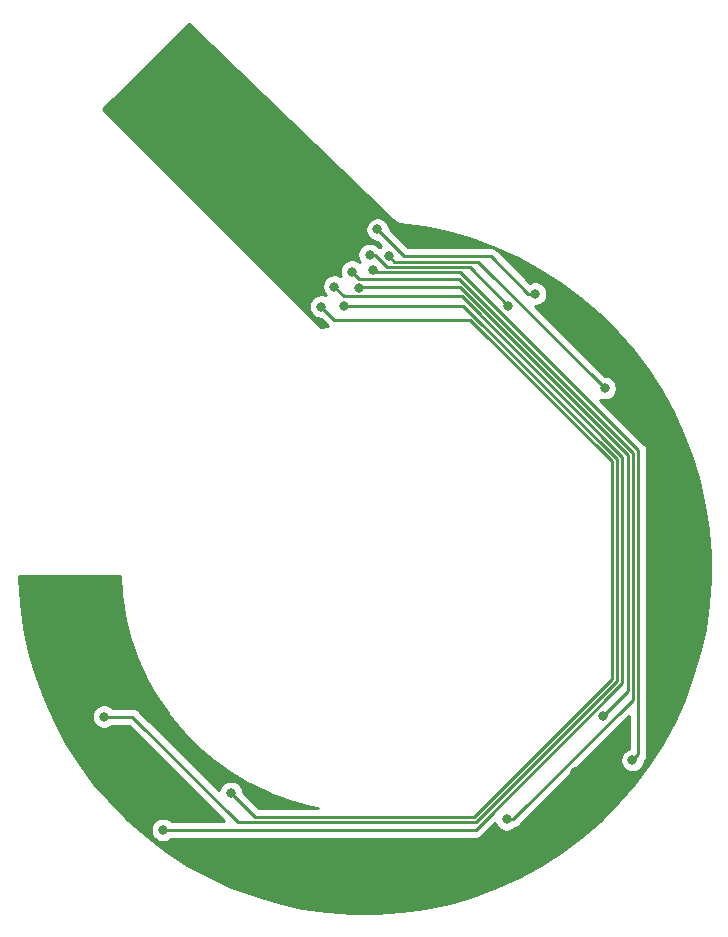
<source format=gbr>
%TF.GenerationSoftware,KiCad,Pcbnew,(5.1.10-1-10_14)*%
%TF.CreationDate,2021-10-31T06:09:43-07:00*%
%TF.ProjectId,o6DOFc_flex_pcb,6f36444f-4663-45f6-966c-65785f706362,rev?*%
%TF.SameCoordinates,Original*%
%TF.FileFunction,Copper,L2,Bot*%
%TF.FilePolarity,Positive*%
%FSLAX46Y46*%
G04 Gerber Fmt 4.6, Leading zero omitted, Abs format (unit mm)*
G04 Created by KiCad (PCBNEW (5.1.10-1-10_14)) date 2021-10-31 06:09:43*
%MOMM*%
%LPD*%
G01*
G04 APERTURE LIST*
%TA.AperFunction,ViaPad*%
%ADD10C,0.800000*%
%TD*%
%TA.AperFunction,Conductor*%
%ADD11C,0.250000*%
%TD*%
%TA.AperFunction,Conductor*%
%ADD12C,0.650000*%
%TD*%
%TA.AperFunction,Conductor*%
%ADD13C,0.254000*%
%TD*%
%TA.AperFunction,Conductor*%
%ADD14C,0.100000*%
%TD*%
G04 APERTURE END LIST*
D10*
%TO.N,VCC*%
X105000000Y-60250000D03*
X100400000Y-93500000D03*
X65200000Y-93500000D03*
X59300000Y-91800000D03*
X98500000Y-99500000D03*
X99400000Y-53100000D03*
X105400000Y-64400000D03*
%TO.N,/HES_O_1*%
X97000000Y-53000000D03*
X83650004Y-47550004D03*
%TO.N,/HES_O_2*%
X84600000Y-49800000D03*
X102900004Y-61000000D03*
%TO.N,/HES_O_3*%
X83000000Y-49700000D03*
X94750000Y-54000000D03*
%TO.N,/HES_O_4*%
X105250000Y-92500000D03*
X83300000Y-51000000D03*
%TO.N,/HES_O_5*%
X81500000Y-51125000D03*
X94600000Y-97500000D03*
%TO.N,/HES_O_6*%
X102750000Y-88750000D03*
X82100000Y-52500000D03*
%TO.N,/HES_O_7*%
X65500000Y-98400000D03*
X80000929Y-52399989D03*
%TO.N,/HES_O_8*%
X60500000Y-88800000D03*
X80800000Y-54000000D03*
%TO.N,/HES_O_9*%
X78896573Y-54096573D03*
X71250000Y-95250000D03*
%TD*%
D11*
%TO.N,/HES_O_1*%
X97000000Y-53000000D02*
X97000000Y-53000000D01*
X96434315Y-53000000D02*
X93259316Y-49825001D01*
X93259316Y-49825001D02*
X85925001Y-49825001D01*
X97000000Y-53000000D02*
X96434315Y-53000000D01*
X85925001Y-49825001D02*
X83650004Y-47550004D01*
%TO.N,/HES_O_2*%
X92175016Y-50275012D02*
X102900004Y-61000000D01*
X84600000Y-49800000D02*
X85075012Y-50275012D01*
X85075012Y-50275012D02*
X92175016Y-50275012D01*
D12*
%TO.N,/HES_O_3*%
X83000000Y-49700000D02*
X83030998Y-49700000D01*
D11*
X94750000Y-54000000D02*
X94750000Y-54000000D01*
X83000000Y-49700000D02*
X83426998Y-49700000D01*
X91475023Y-50725023D02*
X94750000Y-54000000D01*
X84452021Y-50725023D02*
X91475023Y-50725023D01*
X83426998Y-49700000D02*
X84452021Y-50725023D01*
%TO.N,/HES_O_4*%
X105250000Y-92500000D02*
X105250000Y-92500000D01*
X105750047Y-66268001D02*
X90657080Y-51175034D01*
X90657080Y-51175034D02*
X83475034Y-51175034D01*
X105750047Y-91999953D02*
X105750047Y-66268001D01*
X105250000Y-92500000D02*
X105750047Y-91999953D01*
X83475034Y-51175034D02*
X83300000Y-51000000D01*
%TO.N,/HES_O_5*%
X94600000Y-97500000D02*
X94600000Y-97500000D01*
X81500000Y-51125000D02*
X82100001Y-51725001D01*
X90570638Y-51725001D02*
X105300038Y-66454401D01*
X105300038Y-87365647D02*
X95165685Y-97500000D01*
X82100001Y-51725001D02*
X90570638Y-51725001D01*
X105300038Y-66454401D02*
X105300038Y-87365647D01*
X95165685Y-97500000D02*
X94600000Y-97500000D01*
%TO.N,/HES_O_6*%
X102750000Y-88750000D02*
X102750000Y-88750000D01*
X104850028Y-66640800D02*
X90609228Y-52400000D01*
X102750000Y-88750000D02*
X104850028Y-86649972D01*
X90609228Y-52400000D02*
X82200000Y-52400000D01*
X82200000Y-52400000D02*
X82100000Y-52500000D01*
X104850028Y-86649972D02*
X104850028Y-66640800D01*
%TO.N,/HES_O_7*%
X65500000Y-98400000D02*
X65500000Y-98400000D01*
X104400017Y-85972803D02*
X104400017Y-66827199D01*
X90797819Y-53225001D02*
X80825941Y-53225001D01*
X91972820Y-98400000D02*
X104400017Y-85972803D01*
X104400017Y-66827199D02*
X90797819Y-53225001D01*
X65500000Y-98400000D02*
X91972820Y-98400000D01*
X80825941Y-53225001D02*
X80000929Y-52399989D01*
%TO.N,/HES_O_8*%
X60500000Y-88800000D02*
X60500000Y-88800000D01*
X103950009Y-85786401D02*
X103950009Y-67013599D01*
X90936410Y-54000000D02*
X80800000Y-54000000D01*
X91986400Y-97750010D02*
X103950009Y-85786401D01*
X60500000Y-88800000D02*
X62900000Y-88800000D01*
X103950009Y-67013599D02*
X90936410Y-54000000D01*
X62900000Y-88800000D02*
X71850010Y-97750010D01*
X71850010Y-97750010D02*
X91986400Y-97750010D01*
%TO.N,/HES_O_9*%
X73300000Y-97300000D02*
X71250000Y-95250000D01*
X91800000Y-97300000D02*
X73300000Y-97300000D01*
X103500000Y-67200000D02*
X103500000Y-85600000D01*
X103500000Y-85600000D02*
X91800000Y-97300000D01*
X80000000Y-55200000D02*
X91500000Y-55200000D01*
X91500000Y-55200000D02*
X103500000Y-67200000D01*
X78896573Y-54096573D02*
X80000000Y-55200000D01*
%TD*%
D13*
%TO.N,VCC*%
X85114939Y-46909265D02*
X85200012Y-46976609D01*
X85328881Y-47042599D01*
X85468148Y-47082180D01*
X85519402Y-47086318D01*
X87598572Y-47374238D01*
X89646630Y-47808972D01*
X91658347Y-48389019D01*
X93623458Y-49111420D01*
X95531873Y-49972465D01*
X97373862Y-50967764D01*
X99139955Y-52092200D01*
X100821146Y-53340038D01*
X102408826Y-54704892D01*
X103894846Y-56179756D01*
X105271616Y-57757094D01*
X106532077Y-59428816D01*
X107669803Y-61186402D01*
X108678948Y-63020823D01*
X109554358Y-64922710D01*
X110291548Y-66882321D01*
X110886742Y-68889618D01*
X111336894Y-70934320D01*
X111639704Y-73005990D01*
X111793622Y-75094006D01*
X111797857Y-77187665D01*
X111652389Y-79276300D01*
X111357963Y-81349163D01*
X110916084Y-83395687D01*
X110329015Y-85405376D01*
X109599764Y-87367939D01*
X108732059Y-89273348D01*
X107730345Y-91111836D01*
X106599738Y-92874012D01*
X105346039Y-94550836D01*
X103975659Y-96133734D01*
X102495624Y-97614591D01*
X100913475Y-98985860D01*
X99237358Y-100240481D01*
X97475829Y-101372053D01*
X95637880Y-102374797D01*
X93732959Y-103243558D01*
X91770800Y-103973898D01*
X89761433Y-104562084D01*
X87715162Y-105005098D01*
X85642442Y-105300677D01*
X83553914Y-105447304D01*
X81460238Y-105444231D01*
X79372141Y-105291474D01*
X77300303Y-104989812D01*
X75255337Y-104540792D01*
X73247716Y-103946714D01*
X71287699Y-103210612D01*
X69385330Y-102336260D01*
X67550346Y-101328132D01*
X65792145Y-100191393D01*
X64119702Y-98931844D01*
X62541608Y-97555956D01*
X61065913Y-96070748D01*
X59700184Y-94483832D01*
X58451418Y-92803342D01*
X57325995Y-91037864D01*
X56329676Y-89196431D01*
X55467572Y-87288495D01*
X54744081Y-85323785D01*
X54162916Y-83312388D01*
X53727046Y-81264576D01*
X53438708Y-79190864D01*
X53298872Y-77094335D01*
X53296416Y-76935000D01*
X61841558Y-76935000D01*
X61925681Y-78332724D01*
X61928090Y-78355670D01*
X61929901Y-78378704D01*
X61932510Y-78397768D01*
X62196919Y-80157665D01*
X62201361Y-80180318D01*
X62205210Y-80203087D01*
X62209503Y-80221844D01*
X62629308Y-81951269D01*
X62635744Y-81973429D01*
X62641604Y-81995775D01*
X62647549Y-82014076D01*
X63219428Y-83699336D01*
X63227812Y-83720846D01*
X63235632Y-83742573D01*
X63243179Y-83760273D01*
X63962605Y-85388025D01*
X63972863Y-85408695D01*
X63982588Y-85429651D01*
X63991679Y-85446609D01*
X64852954Y-87003963D01*
X64865009Y-87023639D01*
X64876558Y-87043648D01*
X64887121Y-87059731D01*
X65883426Y-88534357D01*
X65897196Y-88552902D01*
X65910465Y-88571786D01*
X65922415Y-88586867D01*
X67045862Y-89967090D01*
X67061220Y-89984330D01*
X67076121Y-90001967D01*
X67089364Y-90015926D01*
X68331058Y-91290816D01*
X68347886Y-91306622D01*
X68364297Y-91322865D01*
X68378729Y-91335592D01*
X69728837Y-92495055D01*
X69747006Y-92509304D01*
X69764794Y-92524023D01*
X69780300Y-92535416D01*
X71228133Y-93570273D01*
X71247499Y-93582852D01*
X71266523Y-93595930D01*
X71282980Y-93605899D01*
X72817073Y-94507954D01*
X72837465Y-94518753D01*
X72857592Y-94530097D01*
X72874870Y-94538564D01*
X74483078Y-95300677D01*
X74504370Y-95309630D01*
X74525405Y-95319130D01*
X74543356Y-95326023D01*
X74543367Y-95326027D01*
X74543374Y-95326029D01*
X76212955Y-95942161D01*
X76234953Y-95949184D01*
X76256755Y-95956778D01*
X76275259Y-95962052D01*
X77993010Y-96427331D01*
X78015544Y-96432370D01*
X78037935Y-96437997D01*
X78056835Y-96441604D01*
X78611708Y-96540000D01*
X73614802Y-96540000D01*
X72285000Y-95210199D01*
X72285000Y-95148061D01*
X72245226Y-94948102D01*
X72167205Y-94759744D01*
X72053937Y-94590226D01*
X71909774Y-94446063D01*
X71740256Y-94332795D01*
X71551898Y-94254774D01*
X71351939Y-94215000D01*
X71148061Y-94215000D01*
X70948102Y-94254774D01*
X70759744Y-94332795D01*
X70590226Y-94446063D01*
X70446063Y-94590226D01*
X70332795Y-94759744D01*
X70254774Y-94948102D01*
X70232895Y-95058094D01*
X63463804Y-88289003D01*
X63440001Y-88259999D01*
X63324276Y-88165026D01*
X63192247Y-88094454D01*
X63048986Y-88050997D01*
X62937333Y-88040000D01*
X62937322Y-88040000D01*
X62900000Y-88036324D01*
X62862678Y-88040000D01*
X61203711Y-88040000D01*
X61159774Y-87996063D01*
X60990256Y-87882795D01*
X60801898Y-87804774D01*
X60601939Y-87765000D01*
X60398061Y-87765000D01*
X60198102Y-87804774D01*
X60009744Y-87882795D01*
X59840226Y-87996063D01*
X59696063Y-88140226D01*
X59582795Y-88309744D01*
X59504774Y-88498102D01*
X59465000Y-88698061D01*
X59465000Y-88901939D01*
X59504774Y-89101898D01*
X59582795Y-89290256D01*
X59696063Y-89459774D01*
X59840226Y-89603937D01*
X60009744Y-89717205D01*
X60198102Y-89795226D01*
X60398061Y-89835000D01*
X60601939Y-89835000D01*
X60801898Y-89795226D01*
X60990256Y-89717205D01*
X61159774Y-89603937D01*
X61203711Y-89560000D01*
X62585199Y-89560000D01*
X70665198Y-97640000D01*
X66203711Y-97640000D01*
X66159774Y-97596063D01*
X65990256Y-97482795D01*
X65801898Y-97404774D01*
X65601939Y-97365000D01*
X65398061Y-97365000D01*
X65198102Y-97404774D01*
X65009744Y-97482795D01*
X64840226Y-97596063D01*
X64696063Y-97740226D01*
X64582795Y-97909744D01*
X64504774Y-98098102D01*
X64465000Y-98298061D01*
X64465000Y-98501939D01*
X64504774Y-98701898D01*
X64582795Y-98890256D01*
X64696063Y-99059774D01*
X64840226Y-99203937D01*
X65009744Y-99317205D01*
X65198102Y-99395226D01*
X65398061Y-99435000D01*
X65601939Y-99435000D01*
X65801898Y-99395226D01*
X65990256Y-99317205D01*
X66159774Y-99203937D01*
X66203711Y-99160000D01*
X91935498Y-99160000D01*
X91972820Y-99163676D01*
X92010142Y-99160000D01*
X92010153Y-99160000D01*
X92121806Y-99149003D01*
X92265067Y-99105546D01*
X92397096Y-99034974D01*
X92512821Y-98940001D01*
X92536624Y-98910997D01*
X93616768Y-97830853D01*
X93682795Y-97990256D01*
X93796063Y-98159774D01*
X93940226Y-98303937D01*
X94109744Y-98417205D01*
X94298102Y-98495226D01*
X94498061Y-98535000D01*
X94701939Y-98535000D01*
X94901898Y-98495226D01*
X95090256Y-98417205D01*
X95259774Y-98303937D01*
X95314724Y-98248987D01*
X95457932Y-98205546D01*
X95589961Y-98134974D01*
X95705686Y-98040001D01*
X95729489Y-98010997D01*
X104990047Y-88750441D01*
X104990047Y-91496431D01*
X104948102Y-91504774D01*
X104759744Y-91582795D01*
X104590226Y-91696063D01*
X104446063Y-91840226D01*
X104332795Y-92009744D01*
X104254774Y-92198102D01*
X104215000Y-92398061D01*
X104215000Y-92601939D01*
X104254774Y-92801898D01*
X104332795Y-92990256D01*
X104446063Y-93159774D01*
X104590226Y-93303937D01*
X104759744Y-93417205D01*
X104948102Y-93495226D01*
X105148061Y-93535000D01*
X105351939Y-93535000D01*
X105551898Y-93495226D01*
X105740256Y-93417205D01*
X105909774Y-93303937D01*
X106053937Y-93159774D01*
X106167205Y-92990256D01*
X106245226Y-92801898D01*
X106285000Y-92601939D01*
X106285000Y-92544097D01*
X106290048Y-92539954D01*
X106385021Y-92424229D01*
X106455593Y-92292200D01*
X106499050Y-92148939D01*
X106510047Y-92037286D01*
X106510047Y-92037277D01*
X106513723Y-91999954D01*
X106510047Y-91962631D01*
X106510047Y-66305334D01*
X106513724Y-66268001D01*
X106507760Y-66207443D01*
X106499050Y-66119015D01*
X106455593Y-65975754D01*
X106385021Y-65843725D01*
X106290048Y-65728000D01*
X106261050Y-65704202D01*
X102519524Y-61962676D01*
X102598106Y-61995226D01*
X102798065Y-62035000D01*
X103001943Y-62035000D01*
X103201902Y-61995226D01*
X103390260Y-61917205D01*
X103559778Y-61803937D01*
X103703941Y-61659774D01*
X103817209Y-61490256D01*
X103895230Y-61301898D01*
X103935004Y-61101939D01*
X103935004Y-60898061D01*
X103895230Y-60698102D01*
X103817209Y-60509744D01*
X103703941Y-60340226D01*
X103559778Y-60196063D01*
X103390260Y-60082795D01*
X103201902Y-60004774D01*
X103001943Y-59965000D01*
X102939807Y-59965000D01*
X97009806Y-54035000D01*
X97101939Y-54035000D01*
X97301898Y-53995226D01*
X97490256Y-53917205D01*
X97659774Y-53803937D01*
X97803937Y-53659774D01*
X97917205Y-53490256D01*
X97995226Y-53301898D01*
X98035000Y-53101939D01*
X98035000Y-52898061D01*
X97995226Y-52698102D01*
X97917205Y-52509744D01*
X97803937Y-52340226D01*
X97659774Y-52196063D01*
X97490256Y-52082795D01*
X97301898Y-52004774D01*
X97101939Y-51965000D01*
X96898061Y-51965000D01*
X96698102Y-52004774D01*
X96567845Y-52058728D01*
X93823120Y-49314004D01*
X93799317Y-49285000D01*
X93683592Y-49190027D01*
X93551563Y-49119455D01*
X93408302Y-49075998D01*
X93296649Y-49065001D01*
X93296638Y-49065001D01*
X93259316Y-49061325D01*
X93221994Y-49065001D01*
X86239803Y-49065001D01*
X84685004Y-47510203D01*
X84685004Y-47448065D01*
X84645230Y-47248106D01*
X84567209Y-47059748D01*
X84453941Y-46890230D01*
X84309778Y-46746067D01*
X84140260Y-46632799D01*
X83951902Y-46554778D01*
X83751943Y-46515004D01*
X83548065Y-46515004D01*
X83348106Y-46554778D01*
X83159748Y-46632799D01*
X82990230Y-46746067D01*
X82846067Y-46890230D01*
X82732799Y-47059748D01*
X82654778Y-47248106D01*
X82615004Y-47448065D01*
X82615004Y-47651943D01*
X82654778Y-47851902D01*
X82732799Y-48040260D01*
X82846067Y-48209778D01*
X82990230Y-48353941D01*
X83159748Y-48467209D01*
X83348106Y-48545230D01*
X83548065Y-48585004D01*
X83610203Y-48585004D01*
X83988803Y-48963605D01*
X83940226Y-48996063D01*
X83862253Y-49074036D01*
X83851274Y-49065026D01*
X83802857Y-49039146D01*
X83659774Y-48896063D01*
X83490256Y-48782795D01*
X83301898Y-48704774D01*
X83101939Y-48665000D01*
X82898061Y-48665000D01*
X82698102Y-48704774D01*
X82509744Y-48782795D01*
X82340226Y-48896063D01*
X82196063Y-49040226D01*
X82082795Y-49209744D01*
X82004774Y-49398102D01*
X81965000Y-49598061D01*
X81965000Y-49801939D01*
X82004774Y-50001898D01*
X82082795Y-50190256D01*
X82191186Y-50352475D01*
X82159774Y-50321063D01*
X81990256Y-50207795D01*
X81801898Y-50129774D01*
X81601939Y-50090000D01*
X81398061Y-50090000D01*
X81198102Y-50129774D01*
X81009744Y-50207795D01*
X80840226Y-50321063D01*
X80696063Y-50465226D01*
X80582795Y-50634744D01*
X80504774Y-50823102D01*
X80465000Y-51023061D01*
X80465000Y-51226939D01*
X80504774Y-51426898D01*
X80541982Y-51516725D01*
X80491185Y-51482784D01*
X80302827Y-51404763D01*
X80102868Y-51364989D01*
X79898990Y-51364989D01*
X79699031Y-51404763D01*
X79510673Y-51482784D01*
X79341155Y-51596052D01*
X79196992Y-51740215D01*
X79083724Y-51909733D01*
X79005703Y-52098091D01*
X78965929Y-52298050D01*
X78965929Y-52501928D01*
X79005703Y-52701887D01*
X79083724Y-52890245D01*
X79196992Y-53059763D01*
X79266935Y-53129706D01*
X79198471Y-53101347D01*
X78998512Y-53061573D01*
X78794634Y-53061573D01*
X78594675Y-53101347D01*
X78406317Y-53179368D01*
X78236799Y-53292636D01*
X78092636Y-53436799D01*
X77979368Y-53606317D01*
X77901347Y-53794675D01*
X77861573Y-53994634D01*
X77861573Y-54198512D01*
X77901347Y-54398471D01*
X77979368Y-54586829D01*
X78092636Y-54756347D01*
X78236799Y-54900510D01*
X78406317Y-55013778D01*
X78594675Y-55091799D01*
X78794634Y-55131573D01*
X78856771Y-55131573D01*
X79436205Y-55711008D01*
X79442778Y-55719017D01*
X78854869Y-55810496D01*
X60440737Y-37376843D01*
X67732516Y-30128860D01*
X85114939Y-46909265D01*
%TA.AperFunction,Conductor*%
D14*
G36*
X85114939Y-46909265D02*
G01*
X85200012Y-46976609D01*
X85328881Y-47042599D01*
X85468148Y-47082180D01*
X85519402Y-47086318D01*
X87598572Y-47374238D01*
X89646630Y-47808972D01*
X91658347Y-48389019D01*
X93623458Y-49111420D01*
X95531873Y-49972465D01*
X97373862Y-50967764D01*
X99139955Y-52092200D01*
X100821146Y-53340038D01*
X102408826Y-54704892D01*
X103894846Y-56179756D01*
X105271616Y-57757094D01*
X106532077Y-59428816D01*
X107669803Y-61186402D01*
X108678948Y-63020823D01*
X109554358Y-64922710D01*
X110291548Y-66882321D01*
X110886742Y-68889618D01*
X111336894Y-70934320D01*
X111639704Y-73005990D01*
X111793622Y-75094006D01*
X111797857Y-77187665D01*
X111652389Y-79276300D01*
X111357963Y-81349163D01*
X110916084Y-83395687D01*
X110329015Y-85405376D01*
X109599764Y-87367939D01*
X108732059Y-89273348D01*
X107730345Y-91111836D01*
X106599738Y-92874012D01*
X105346039Y-94550836D01*
X103975659Y-96133734D01*
X102495624Y-97614591D01*
X100913475Y-98985860D01*
X99237358Y-100240481D01*
X97475829Y-101372053D01*
X95637880Y-102374797D01*
X93732959Y-103243558D01*
X91770800Y-103973898D01*
X89761433Y-104562084D01*
X87715162Y-105005098D01*
X85642442Y-105300677D01*
X83553914Y-105447304D01*
X81460238Y-105444231D01*
X79372141Y-105291474D01*
X77300303Y-104989812D01*
X75255337Y-104540792D01*
X73247716Y-103946714D01*
X71287699Y-103210612D01*
X69385330Y-102336260D01*
X67550346Y-101328132D01*
X65792145Y-100191393D01*
X64119702Y-98931844D01*
X62541608Y-97555956D01*
X61065913Y-96070748D01*
X59700184Y-94483832D01*
X58451418Y-92803342D01*
X57325995Y-91037864D01*
X56329676Y-89196431D01*
X55467572Y-87288495D01*
X54744081Y-85323785D01*
X54162916Y-83312388D01*
X53727046Y-81264576D01*
X53438708Y-79190864D01*
X53298872Y-77094335D01*
X53296416Y-76935000D01*
X61841558Y-76935000D01*
X61925681Y-78332724D01*
X61928090Y-78355670D01*
X61929901Y-78378704D01*
X61932510Y-78397768D01*
X62196919Y-80157665D01*
X62201361Y-80180318D01*
X62205210Y-80203087D01*
X62209503Y-80221844D01*
X62629308Y-81951269D01*
X62635744Y-81973429D01*
X62641604Y-81995775D01*
X62647549Y-82014076D01*
X63219428Y-83699336D01*
X63227812Y-83720846D01*
X63235632Y-83742573D01*
X63243179Y-83760273D01*
X63962605Y-85388025D01*
X63972863Y-85408695D01*
X63982588Y-85429651D01*
X63991679Y-85446609D01*
X64852954Y-87003963D01*
X64865009Y-87023639D01*
X64876558Y-87043648D01*
X64887121Y-87059731D01*
X65883426Y-88534357D01*
X65897196Y-88552902D01*
X65910465Y-88571786D01*
X65922415Y-88586867D01*
X67045862Y-89967090D01*
X67061220Y-89984330D01*
X67076121Y-90001967D01*
X67089364Y-90015926D01*
X68331058Y-91290816D01*
X68347886Y-91306622D01*
X68364297Y-91322865D01*
X68378729Y-91335592D01*
X69728837Y-92495055D01*
X69747006Y-92509304D01*
X69764794Y-92524023D01*
X69780300Y-92535416D01*
X71228133Y-93570273D01*
X71247499Y-93582852D01*
X71266523Y-93595930D01*
X71282980Y-93605899D01*
X72817073Y-94507954D01*
X72837465Y-94518753D01*
X72857592Y-94530097D01*
X72874870Y-94538564D01*
X74483078Y-95300677D01*
X74504370Y-95309630D01*
X74525405Y-95319130D01*
X74543356Y-95326023D01*
X74543367Y-95326027D01*
X74543374Y-95326029D01*
X76212955Y-95942161D01*
X76234953Y-95949184D01*
X76256755Y-95956778D01*
X76275259Y-95962052D01*
X77993010Y-96427331D01*
X78015544Y-96432370D01*
X78037935Y-96437997D01*
X78056835Y-96441604D01*
X78611708Y-96540000D01*
X73614802Y-96540000D01*
X72285000Y-95210199D01*
X72285000Y-95148061D01*
X72245226Y-94948102D01*
X72167205Y-94759744D01*
X72053937Y-94590226D01*
X71909774Y-94446063D01*
X71740256Y-94332795D01*
X71551898Y-94254774D01*
X71351939Y-94215000D01*
X71148061Y-94215000D01*
X70948102Y-94254774D01*
X70759744Y-94332795D01*
X70590226Y-94446063D01*
X70446063Y-94590226D01*
X70332795Y-94759744D01*
X70254774Y-94948102D01*
X70232895Y-95058094D01*
X63463804Y-88289003D01*
X63440001Y-88259999D01*
X63324276Y-88165026D01*
X63192247Y-88094454D01*
X63048986Y-88050997D01*
X62937333Y-88040000D01*
X62937322Y-88040000D01*
X62900000Y-88036324D01*
X62862678Y-88040000D01*
X61203711Y-88040000D01*
X61159774Y-87996063D01*
X60990256Y-87882795D01*
X60801898Y-87804774D01*
X60601939Y-87765000D01*
X60398061Y-87765000D01*
X60198102Y-87804774D01*
X60009744Y-87882795D01*
X59840226Y-87996063D01*
X59696063Y-88140226D01*
X59582795Y-88309744D01*
X59504774Y-88498102D01*
X59465000Y-88698061D01*
X59465000Y-88901939D01*
X59504774Y-89101898D01*
X59582795Y-89290256D01*
X59696063Y-89459774D01*
X59840226Y-89603937D01*
X60009744Y-89717205D01*
X60198102Y-89795226D01*
X60398061Y-89835000D01*
X60601939Y-89835000D01*
X60801898Y-89795226D01*
X60990256Y-89717205D01*
X61159774Y-89603937D01*
X61203711Y-89560000D01*
X62585199Y-89560000D01*
X70665198Y-97640000D01*
X66203711Y-97640000D01*
X66159774Y-97596063D01*
X65990256Y-97482795D01*
X65801898Y-97404774D01*
X65601939Y-97365000D01*
X65398061Y-97365000D01*
X65198102Y-97404774D01*
X65009744Y-97482795D01*
X64840226Y-97596063D01*
X64696063Y-97740226D01*
X64582795Y-97909744D01*
X64504774Y-98098102D01*
X64465000Y-98298061D01*
X64465000Y-98501939D01*
X64504774Y-98701898D01*
X64582795Y-98890256D01*
X64696063Y-99059774D01*
X64840226Y-99203937D01*
X65009744Y-99317205D01*
X65198102Y-99395226D01*
X65398061Y-99435000D01*
X65601939Y-99435000D01*
X65801898Y-99395226D01*
X65990256Y-99317205D01*
X66159774Y-99203937D01*
X66203711Y-99160000D01*
X91935498Y-99160000D01*
X91972820Y-99163676D01*
X92010142Y-99160000D01*
X92010153Y-99160000D01*
X92121806Y-99149003D01*
X92265067Y-99105546D01*
X92397096Y-99034974D01*
X92512821Y-98940001D01*
X92536624Y-98910997D01*
X93616768Y-97830853D01*
X93682795Y-97990256D01*
X93796063Y-98159774D01*
X93940226Y-98303937D01*
X94109744Y-98417205D01*
X94298102Y-98495226D01*
X94498061Y-98535000D01*
X94701939Y-98535000D01*
X94901898Y-98495226D01*
X95090256Y-98417205D01*
X95259774Y-98303937D01*
X95314724Y-98248987D01*
X95457932Y-98205546D01*
X95589961Y-98134974D01*
X95705686Y-98040001D01*
X95729489Y-98010997D01*
X104990047Y-88750441D01*
X104990047Y-91496431D01*
X104948102Y-91504774D01*
X104759744Y-91582795D01*
X104590226Y-91696063D01*
X104446063Y-91840226D01*
X104332795Y-92009744D01*
X104254774Y-92198102D01*
X104215000Y-92398061D01*
X104215000Y-92601939D01*
X104254774Y-92801898D01*
X104332795Y-92990256D01*
X104446063Y-93159774D01*
X104590226Y-93303937D01*
X104759744Y-93417205D01*
X104948102Y-93495226D01*
X105148061Y-93535000D01*
X105351939Y-93535000D01*
X105551898Y-93495226D01*
X105740256Y-93417205D01*
X105909774Y-93303937D01*
X106053937Y-93159774D01*
X106167205Y-92990256D01*
X106245226Y-92801898D01*
X106285000Y-92601939D01*
X106285000Y-92544097D01*
X106290048Y-92539954D01*
X106385021Y-92424229D01*
X106455593Y-92292200D01*
X106499050Y-92148939D01*
X106510047Y-92037286D01*
X106510047Y-92037277D01*
X106513723Y-91999954D01*
X106510047Y-91962631D01*
X106510047Y-66305334D01*
X106513724Y-66268001D01*
X106507760Y-66207443D01*
X106499050Y-66119015D01*
X106455593Y-65975754D01*
X106385021Y-65843725D01*
X106290048Y-65728000D01*
X106261050Y-65704202D01*
X102519524Y-61962676D01*
X102598106Y-61995226D01*
X102798065Y-62035000D01*
X103001943Y-62035000D01*
X103201902Y-61995226D01*
X103390260Y-61917205D01*
X103559778Y-61803937D01*
X103703941Y-61659774D01*
X103817209Y-61490256D01*
X103895230Y-61301898D01*
X103935004Y-61101939D01*
X103935004Y-60898061D01*
X103895230Y-60698102D01*
X103817209Y-60509744D01*
X103703941Y-60340226D01*
X103559778Y-60196063D01*
X103390260Y-60082795D01*
X103201902Y-60004774D01*
X103001943Y-59965000D01*
X102939807Y-59965000D01*
X97009806Y-54035000D01*
X97101939Y-54035000D01*
X97301898Y-53995226D01*
X97490256Y-53917205D01*
X97659774Y-53803937D01*
X97803937Y-53659774D01*
X97917205Y-53490256D01*
X97995226Y-53301898D01*
X98035000Y-53101939D01*
X98035000Y-52898061D01*
X97995226Y-52698102D01*
X97917205Y-52509744D01*
X97803937Y-52340226D01*
X97659774Y-52196063D01*
X97490256Y-52082795D01*
X97301898Y-52004774D01*
X97101939Y-51965000D01*
X96898061Y-51965000D01*
X96698102Y-52004774D01*
X96567845Y-52058728D01*
X93823120Y-49314004D01*
X93799317Y-49285000D01*
X93683592Y-49190027D01*
X93551563Y-49119455D01*
X93408302Y-49075998D01*
X93296649Y-49065001D01*
X93296638Y-49065001D01*
X93259316Y-49061325D01*
X93221994Y-49065001D01*
X86239803Y-49065001D01*
X84685004Y-47510203D01*
X84685004Y-47448065D01*
X84645230Y-47248106D01*
X84567209Y-47059748D01*
X84453941Y-46890230D01*
X84309778Y-46746067D01*
X84140260Y-46632799D01*
X83951902Y-46554778D01*
X83751943Y-46515004D01*
X83548065Y-46515004D01*
X83348106Y-46554778D01*
X83159748Y-46632799D01*
X82990230Y-46746067D01*
X82846067Y-46890230D01*
X82732799Y-47059748D01*
X82654778Y-47248106D01*
X82615004Y-47448065D01*
X82615004Y-47651943D01*
X82654778Y-47851902D01*
X82732799Y-48040260D01*
X82846067Y-48209778D01*
X82990230Y-48353941D01*
X83159748Y-48467209D01*
X83348106Y-48545230D01*
X83548065Y-48585004D01*
X83610203Y-48585004D01*
X83988803Y-48963605D01*
X83940226Y-48996063D01*
X83862253Y-49074036D01*
X83851274Y-49065026D01*
X83802857Y-49039146D01*
X83659774Y-48896063D01*
X83490256Y-48782795D01*
X83301898Y-48704774D01*
X83101939Y-48665000D01*
X82898061Y-48665000D01*
X82698102Y-48704774D01*
X82509744Y-48782795D01*
X82340226Y-48896063D01*
X82196063Y-49040226D01*
X82082795Y-49209744D01*
X82004774Y-49398102D01*
X81965000Y-49598061D01*
X81965000Y-49801939D01*
X82004774Y-50001898D01*
X82082795Y-50190256D01*
X82191186Y-50352475D01*
X82159774Y-50321063D01*
X81990256Y-50207795D01*
X81801898Y-50129774D01*
X81601939Y-50090000D01*
X81398061Y-50090000D01*
X81198102Y-50129774D01*
X81009744Y-50207795D01*
X80840226Y-50321063D01*
X80696063Y-50465226D01*
X80582795Y-50634744D01*
X80504774Y-50823102D01*
X80465000Y-51023061D01*
X80465000Y-51226939D01*
X80504774Y-51426898D01*
X80541982Y-51516725D01*
X80491185Y-51482784D01*
X80302827Y-51404763D01*
X80102868Y-51364989D01*
X79898990Y-51364989D01*
X79699031Y-51404763D01*
X79510673Y-51482784D01*
X79341155Y-51596052D01*
X79196992Y-51740215D01*
X79083724Y-51909733D01*
X79005703Y-52098091D01*
X78965929Y-52298050D01*
X78965929Y-52501928D01*
X79005703Y-52701887D01*
X79083724Y-52890245D01*
X79196992Y-53059763D01*
X79266935Y-53129706D01*
X79198471Y-53101347D01*
X78998512Y-53061573D01*
X78794634Y-53061573D01*
X78594675Y-53101347D01*
X78406317Y-53179368D01*
X78236799Y-53292636D01*
X78092636Y-53436799D01*
X77979368Y-53606317D01*
X77901347Y-53794675D01*
X77861573Y-53994634D01*
X77861573Y-54198512D01*
X77901347Y-54398471D01*
X77979368Y-54586829D01*
X78092636Y-54756347D01*
X78236799Y-54900510D01*
X78406317Y-55013778D01*
X78594675Y-55091799D01*
X78794634Y-55131573D01*
X78856771Y-55131573D01*
X79436205Y-55711008D01*
X79442778Y-55719017D01*
X78854869Y-55810496D01*
X60440737Y-37376843D01*
X67732516Y-30128860D01*
X85114939Y-46909265D01*
G37*
%TD.AperFunction*%
%TD*%
M02*

</source>
